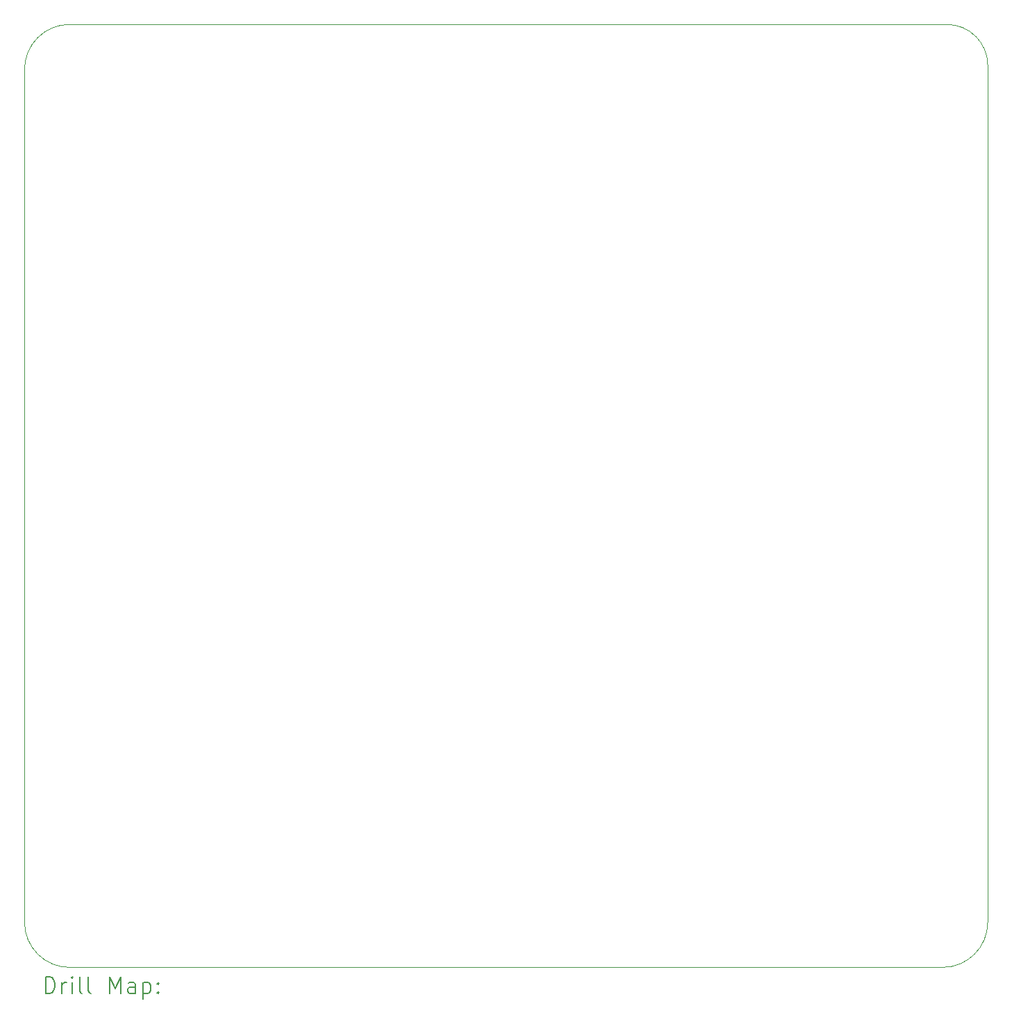
<source format=gbr>
%TF.GenerationSoftware,KiCad,Pcbnew,8.0.3*%
%TF.CreationDate,2024-08-18T15:05:49+02:00*%
%TF.ProjectId,terminal_block,7465726d-696e-4616-9c5f-626c6f636b2e,1*%
%TF.SameCoordinates,Original*%
%TF.FileFunction,Drillmap*%
%TF.FilePolarity,Positive*%
%FSLAX45Y45*%
G04 Gerber Fmt 4.5, Leading zero omitted, Abs format (unit mm)*
G04 Created by KiCad (PCBNEW 8.0.3) date 2024-08-18 15:05:49*
%MOMM*%
%LPD*%
G01*
G04 APERTURE LIST*
%ADD10C,0.100000*%
%ADD11C,0.200000*%
G04 APERTURE END LIST*
D10*
X19699927Y-14749814D02*
X9050000Y-14750000D01*
X20249927Y-14199814D02*
G75*
G02*
X19699927Y-14749807I-549997J5D01*
G01*
X8500000Y-14200000D02*
X8500000Y-3800000D01*
X19750000Y-3250000D02*
G75*
G02*
X20250000Y-3750000I0J-500000D01*
G01*
X9050000Y-3250000D02*
X19750000Y-3250000D01*
X20249927Y-14199814D02*
X20250000Y-3750000D01*
X9050000Y-14750000D02*
G75*
G02*
X8500000Y-14200000I0J550000D01*
G01*
X8500000Y-3800000D02*
G75*
G02*
X9050000Y-3250000I550000J0D01*
G01*
D11*
X8755777Y-15066484D02*
X8755777Y-14866484D01*
X8755777Y-14866484D02*
X8803396Y-14866484D01*
X8803396Y-14866484D02*
X8831967Y-14876008D01*
X8831967Y-14876008D02*
X8851015Y-14895055D01*
X8851015Y-14895055D02*
X8860539Y-14914103D01*
X8860539Y-14914103D02*
X8870063Y-14952198D01*
X8870063Y-14952198D02*
X8870063Y-14980769D01*
X8870063Y-14980769D02*
X8860539Y-15018865D01*
X8860539Y-15018865D02*
X8851015Y-15037912D01*
X8851015Y-15037912D02*
X8831967Y-15056960D01*
X8831967Y-15056960D02*
X8803396Y-15066484D01*
X8803396Y-15066484D02*
X8755777Y-15066484D01*
X8955777Y-15066484D02*
X8955777Y-14933150D01*
X8955777Y-14971246D02*
X8965301Y-14952198D01*
X8965301Y-14952198D02*
X8974824Y-14942674D01*
X8974824Y-14942674D02*
X8993872Y-14933150D01*
X8993872Y-14933150D02*
X9012920Y-14933150D01*
X9079586Y-15066484D02*
X9079586Y-14933150D01*
X9079586Y-14866484D02*
X9070063Y-14876008D01*
X9070063Y-14876008D02*
X9079586Y-14885531D01*
X9079586Y-14885531D02*
X9089110Y-14876008D01*
X9089110Y-14876008D02*
X9079586Y-14866484D01*
X9079586Y-14866484D02*
X9079586Y-14885531D01*
X9203396Y-15066484D02*
X9184348Y-15056960D01*
X9184348Y-15056960D02*
X9174824Y-15037912D01*
X9174824Y-15037912D02*
X9174824Y-14866484D01*
X9308158Y-15066484D02*
X9289110Y-15056960D01*
X9289110Y-15056960D02*
X9279586Y-15037912D01*
X9279586Y-15037912D02*
X9279586Y-14866484D01*
X9536729Y-15066484D02*
X9536729Y-14866484D01*
X9536729Y-14866484D02*
X9603396Y-15009341D01*
X9603396Y-15009341D02*
X9670063Y-14866484D01*
X9670063Y-14866484D02*
X9670063Y-15066484D01*
X9851015Y-15066484D02*
X9851015Y-14961722D01*
X9851015Y-14961722D02*
X9841491Y-14942674D01*
X9841491Y-14942674D02*
X9822444Y-14933150D01*
X9822444Y-14933150D02*
X9784348Y-14933150D01*
X9784348Y-14933150D02*
X9765301Y-14942674D01*
X9851015Y-15056960D02*
X9831967Y-15066484D01*
X9831967Y-15066484D02*
X9784348Y-15066484D01*
X9784348Y-15066484D02*
X9765301Y-15056960D01*
X9765301Y-15056960D02*
X9755777Y-15037912D01*
X9755777Y-15037912D02*
X9755777Y-15018865D01*
X9755777Y-15018865D02*
X9765301Y-14999817D01*
X9765301Y-14999817D02*
X9784348Y-14990293D01*
X9784348Y-14990293D02*
X9831967Y-14990293D01*
X9831967Y-14990293D02*
X9851015Y-14980769D01*
X9946253Y-14933150D02*
X9946253Y-15133150D01*
X9946253Y-14942674D02*
X9965301Y-14933150D01*
X9965301Y-14933150D02*
X10003396Y-14933150D01*
X10003396Y-14933150D02*
X10022444Y-14942674D01*
X10022444Y-14942674D02*
X10031967Y-14952198D01*
X10031967Y-14952198D02*
X10041491Y-14971246D01*
X10041491Y-14971246D02*
X10041491Y-15028388D01*
X10041491Y-15028388D02*
X10031967Y-15047436D01*
X10031967Y-15047436D02*
X10022444Y-15056960D01*
X10022444Y-15056960D02*
X10003396Y-15066484D01*
X10003396Y-15066484D02*
X9965301Y-15066484D01*
X9965301Y-15066484D02*
X9946253Y-15056960D01*
X10127205Y-15047436D02*
X10136729Y-15056960D01*
X10136729Y-15056960D02*
X10127205Y-15066484D01*
X10127205Y-15066484D02*
X10117682Y-15056960D01*
X10117682Y-15056960D02*
X10127205Y-15047436D01*
X10127205Y-15047436D02*
X10127205Y-15066484D01*
X10127205Y-14942674D02*
X10136729Y-14952198D01*
X10136729Y-14952198D02*
X10127205Y-14961722D01*
X10127205Y-14961722D02*
X10117682Y-14952198D01*
X10117682Y-14952198D02*
X10127205Y-14942674D01*
X10127205Y-14942674D02*
X10127205Y-14961722D01*
M02*

</source>
